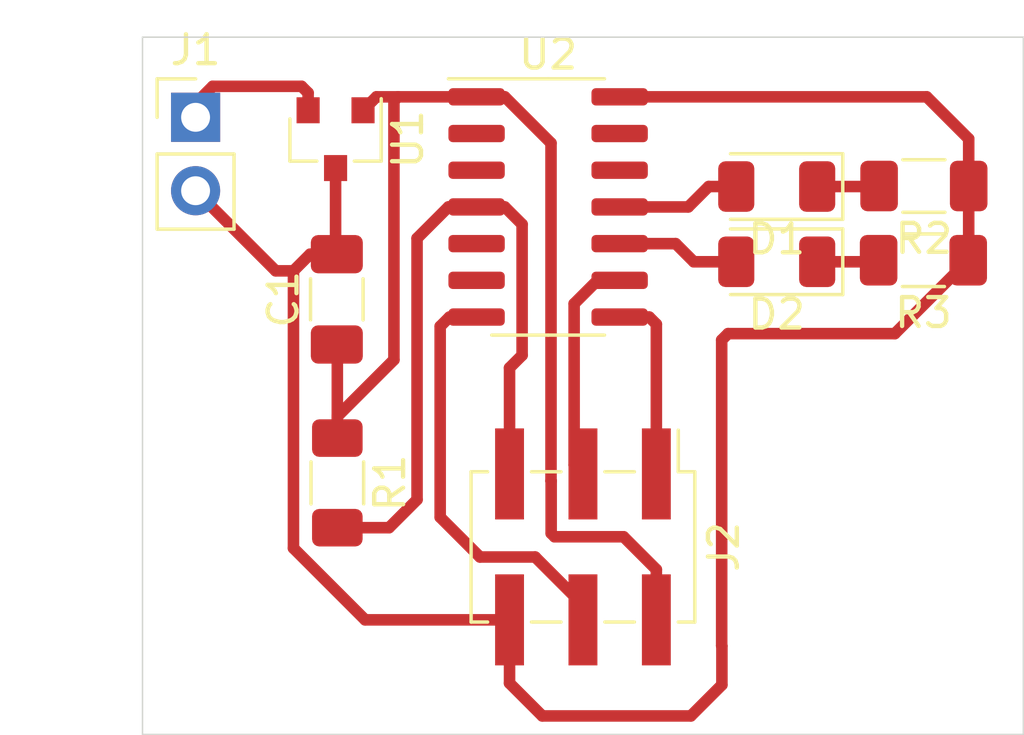
<source format=kicad_pcb>
(kicad_pcb (version 20171130) (host pcbnew 5.0.2-bee76a0~70~ubuntu18.04.1)

  (general
    (thickness 1.6)
    (drawings 4)
    (tracks 82)
    (zones 0)
    (modules 10)
    (nets 18)
  )

  (page A4)
  (layers
    (0 F.Cu signal)
    (31 B.Cu signal)
    (32 B.Adhes user)
    (33 F.Adhes user)
    (34 B.Paste user)
    (35 F.Paste user)
    (36 B.SilkS user)
    (37 F.SilkS user)
    (38 B.Mask user)
    (39 F.Mask user)
    (40 Dwgs.User user)
    (41 Cmts.User user)
    (42 Eco1.User user)
    (43 Eco2.User user)
    (44 Edge.Cuts user)
    (45 Margin user)
    (46 B.CrtYd user)
    (47 F.CrtYd user)
    (48 B.Fab user)
    (49 F.Fab user)
  )

  (setup
    (last_trace_width 0.4)
    (trace_clearance 0.4)
    (zone_clearance 0.508)
    (zone_45_only no)
    (trace_min 0.2)
    (segment_width 0.2)
    (edge_width 0.05)
    (via_size 1.2)
    (via_drill 0.8)
    (via_min_size 0.4)
    (via_min_drill 0.3)
    (uvia_size 0.3)
    (uvia_drill 0.1)
    (uvias_allowed no)
    (uvia_min_size 0.2)
    (uvia_min_drill 0.1)
    (pcb_text_width 0.3)
    (pcb_text_size 1.5 1.5)
    (mod_edge_width 0.12)
    (mod_text_size 1 1)
    (mod_text_width 0.15)
    (pad_size 1.524 1.524)
    (pad_drill 0.762)
    (pad_to_mask_clearance 0)
    (solder_mask_min_width 0.25)
    (aux_axis_origin 0 0)
    (visible_elements 7FFFFFFF)
    (pcbplotparams
      (layerselection 0x01000_7fffffff)
      (usegerberextensions false)
      (usegerberattributes true)
      (usegerberadvancedattributes true)
      (creategerberjobfile true)
      (excludeedgelayer true)
      (linewidth 0.100000)
      (plotframeref false)
      (viasonmask false)
      (mode 1)
      (useauxorigin false)
      (hpglpennumber 1)
      (hpglpenspeed 20)
      (hpglpendiameter 15.000000)
      (psnegative false)
      (psa4output false)
      (plotreference true)
      (plotvalue true)
      (plotinvisibletext false)
      (padsonsilk false)
      (subtractmaskfromsilk false)
      (outputformat 1)
      (mirror false)
      (drillshape 0)
      (scaleselection 1)
      (outputdirectory ""))
  )

  (net 0 "")
  (net 1 GND)
  (net 2 +9V)
  (net 3 /MISO)
  (net 4 VCC)
  (net 5 /SCK)
  (net 6 /MOSI)
  (net 7 /RESET)
  (net 8 "Net-(U2-Pad2)")
  (net 9 "Net-(U2-Pad3)")
  (net 10 "Net-(U2-Pad5)")
  (net 11 "Net-(U2-Pad6)")
  (net 12 "Net-(U2-Pad12)")
  (net 13 "Net-(U2-Pad13)")
  (net 14 "Net-(D1-Pad1)")
  (net 15 "Net-(D1-Pad2)")
  (net 16 "Net-(D2-Pad2)")
  (net 17 "Net-(D2-Pad1)")

  (net_class Default "This is the default net class."
    (clearance 0.4)
    (trace_width 0.4)
    (via_dia 1.2)
    (via_drill 0.8)
    (uvia_dia 0.3)
    (uvia_drill 0.1)
    (add_net +9V)
    (add_net /MISO)
    (add_net /MOSI)
    (add_net /RESET)
    (add_net /SCK)
    (add_net GND)
    (add_net "Net-(D1-Pad1)")
    (add_net "Net-(D1-Pad2)")
    (add_net "Net-(D2-Pad1)")
    (add_net "Net-(D2-Pad2)")
    (add_net "Net-(U2-Pad12)")
    (add_net "Net-(U2-Pad13)")
    (add_net "Net-(U2-Pad2)")
    (add_net "Net-(U2-Pad3)")
    (add_net "Net-(U2-Pad5)")
    (add_net "Net-(U2-Pad6)")
    (add_net VCC)
  )

  (module Package_SO:SOIC-14_3.9x8.7mm_P1.27mm (layer F.Cu) (tedit 5D9F72B1) (tstamp 6180A6F4)
    (at 138.495001 99.855001)
    (descr "SOIC, 14 Pin (JEDEC MS-012AB, https://www.analog.com/media/en/package-pcb-resources/package/pkg_pdf/soic_narrow-r/r_14.pdf), generated with kicad-footprint-generator ipc_gullwing_generator.py")
    (tags "SOIC SO")
    (path /6181189F)
    (attr smd)
    (fp_text reference U2 (at 0 -5.28) (layer F.SilkS)
      (effects (font (size 1 1) (thickness 0.15)))
    )
    (fp_text value ATtiny44A-SSU (at 0 5.28) (layer F.Fab)
      (effects (font (size 1 1) (thickness 0.15)))
    )
    (fp_line (start 0 4.435) (end 1.95 4.435) (layer F.SilkS) (width 0.12))
    (fp_line (start 0 4.435) (end -1.95 4.435) (layer F.SilkS) (width 0.12))
    (fp_line (start 0 -4.435) (end 1.95 -4.435) (layer F.SilkS) (width 0.12))
    (fp_line (start 0 -4.435) (end -3.45 -4.435) (layer F.SilkS) (width 0.12))
    (fp_line (start -0.975 -4.325) (end 1.95 -4.325) (layer F.Fab) (width 0.1))
    (fp_line (start 1.95 -4.325) (end 1.95 4.325) (layer F.Fab) (width 0.1))
    (fp_line (start 1.95 4.325) (end -1.95 4.325) (layer F.Fab) (width 0.1))
    (fp_line (start -1.95 4.325) (end -1.95 -3.35) (layer F.Fab) (width 0.1))
    (fp_line (start -1.95 -3.35) (end -0.975 -4.325) (layer F.Fab) (width 0.1))
    (fp_line (start -3.7 -4.58) (end -3.7 4.58) (layer F.CrtYd) (width 0.05))
    (fp_line (start -3.7 4.58) (end 3.7 4.58) (layer F.CrtYd) (width 0.05))
    (fp_line (start 3.7 4.58) (end 3.7 -4.58) (layer F.CrtYd) (width 0.05))
    (fp_line (start 3.7 -4.58) (end -3.7 -4.58) (layer F.CrtYd) (width 0.05))
    (fp_text user %R (at 0 0) (layer F.Fab)
      (effects (font (size 0.98 0.98) (thickness 0.15)))
    )
    (pad 1 smd roundrect (at -2.475 -3.81) (size 1.95 0.6) (layers F.Cu F.Paste F.Mask) (roundrect_rratio 0.25)
      (net 4 VCC))
    (pad 2 smd roundrect (at -2.475 -2.54) (size 1.95 0.6) (layers F.Cu F.Paste F.Mask) (roundrect_rratio 0.25)
      (net 8 "Net-(U2-Pad2)"))
    (pad 3 smd roundrect (at -2.475 -1.27) (size 1.95 0.6) (layers F.Cu F.Paste F.Mask) (roundrect_rratio 0.25)
      (net 9 "Net-(U2-Pad3)"))
    (pad 4 smd roundrect (at -2.475 0) (size 1.95 0.6) (layers F.Cu F.Paste F.Mask) (roundrect_rratio 0.25)
      (net 7 /RESET))
    (pad 5 smd roundrect (at -2.475 1.27) (size 1.95 0.6) (layers F.Cu F.Paste F.Mask) (roundrect_rratio 0.25)
      (net 10 "Net-(U2-Pad5)"))
    (pad 6 smd roundrect (at -2.475 2.54) (size 1.95 0.6) (layers F.Cu F.Paste F.Mask) (roundrect_rratio 0.25)
      (net 11 "Net-(U2-Pad6)"))
    (pad 7 smd roundrect (at -2.475 3.81) (size 1.95 0.6) (layers F.Cu F.Paste F.Mask) (roundrect_rratio 0.25)
      (net 6 /MOSI))
    (pad 8 smd roundrect (at 2.475 3.81) (size 1.95 0.6) (layers F.Cu F.Paste F.Mask) (roundrect_rratio 0.25)
      (net 3 /MISO))
    (pad 9 smd roundrect (at 2.475 2.54) (size 1.95 0.6) (layers F.Cu F.Paste F.Mask) (roundrect_rratio 0.25)
      (net 5 /SCK))
    (pad 10 smd roundrect (at 2.475 1.27) (size 1.95 0.6) (layers F.Cu F.Paste F.Mask) (roundrect_rratio 0.25)
      (net 16 "Net-(D2-Pad2)"))
    (pad 11 smd roundrect (at 2.475 0) (size 1.95 0.6) (layers F.Cu F.Paste F.Mask) (roundrect_rratio 0.25)
      (net 15 "Net-(D1-Pad2)"))
    (pad 12 smd roundrect (at 2.475 -1.27) (size 1.95 0.6) (layers F.Cu F.Paste F.Mask) (roundrect_rratio 0.25)
      (net 12 "Net-(U2-Pad12)"))
    (pad 13 smd roundrect (at 2.475 -2.54) (size 1.95 0.6) (layers F.Cu F.Paste F.Mask) (roundrect_rratio 0.25)
      (net 13 "Net-(U2-Pad13)"))
    (pad 14 smd roundrect (at 2.475 -3.81) (size 1.95 0.6) (layers F.Cu F.Paste F.Mask) (roundrect_rratio 0.25)
      (net 1 GND))
    (model ${KISYS3DMOD}/Package_SO.3dshapes/SOIC-14_3.9x8.7mm_P1.27mm.wrl
      (at (xyz 0 0 0))
      (scale (xyz 1 1 1))
      (rotate (xyz 0 0 0))
    )
  )

  (module Connector_PinHeader_2.54mm:PinHeader_2x03_P2.54mm_Vertical_SMD (layer F.Cu) (tedit 59FED5CC) (tstamp 6180ACFC)
    (at 139.7 111.618 270)
    (descr "surface-mounted straight pin header, 2x03, 2.54mm pitch, double rows")
    (tags "Surface mounted pin header SMD 2x03 2.54mm double row")
    (path /61812338)
    (attr smd)
    (fp_text reference J2 (at 0 -4.87 90) (layer F.SilkS)
      (effects (font (size 1 1) (thickness 0.15)))
    )
    (fp_text value AVR-ISP-6 (at 0 4.87 90) (layer F.Fab)
      (effects (font (size 1 1) (thickness 0.15)))
    )
    (fp_line (start 2.54 3.81) (end -2.54 3.81) (layer F.Fab) (width 0.1))
    (fp_line (start -1.59 -3.81) (end 2.54 -3.81) (layer F.Fab) (width 0.1))
    (fp_line (start -2.54 3.81) (end -2.54 -2.86) (layer F.Fab) (width 0.1))
    (fp_line (start -2.54 -2.86) (end -1.59 -3.81) (layer F.Fab) (width 0.1))
    (fp_line (start 2.54 -3.81) (end 2.54 3.81) (layer F.Fab) (width 0.1))
    (fp_line (start -2.54 -2.86) (end -3.6 -2.86) (layer F.Fab) (width 0.1))
    (fp_line (start -3.6 -2.86) (end -3.6 -2.22) (layer F.Fab) (width 0.1))
    (fp_line (start -3.6 -2.22) (end -2.54 -2.22) (layer F.Fab) (width 0.1))
    (fp_line (start 2.54 -2.86) (end 3.6 -2.86) (layer F.Fab) (width 0.1))
    (fp_line (start 3.6 -2.86) (end 3.6 -2.22) (layer F.Fab) (width 0.1))
    (fp_line (start 3.6 -2.22) (end 2.54 -2.22) (layer F.Fab) (width 0.1))
    (fp_line (start -2.54 -0.32) (end -3.6 -0.32) (layer F.Fab) (width 0.1))
    (fp_line (start -3.6 -0.32) (end -3.6 0.32) (layer F.Fab) (width 0.1))
    (fp_line (start -3.6 0.32) (end -2.54 0.32) (layer F.Fab) (width 0.1))
    (fp_line (start 2.54 -0.32) (end 3.6 -0.32) (layer F.Fab) (width 0.1))
    (fp_line (start 3.6 -0.32) (end 3.6 0.32) (layer F.Fab) (width 0.1))
    (fp_line (start 3.6 0.32) (end 2.54 0.32) (layer F.Fab) (width 0.1))
    (fp_line (start -2.54 2.22) (end -3.6 2.22) (layer F.Fab) (width 0.1))
    (fp_line (start -3.6 2.22) (end -3.6 2.86) (layer F.Fab) (width 0.1))
    (fp_line (start -3.6 2.86) (end -2.54 2.86) (layer F.Fab) (width 0.1))
    (fp_line (start 2.54 2.22) (end 3.6 2.22) (layer F.Fab) (width 0.1))
    (fp_line (start 3.6 2.22) (end 3.6 2.86) (layer F.Fab) (width 0.1))
    (fp_line (start 3.6 2.86) (end 2.54 2.86) (layer F.Fab) (width 0.1))
    (fp_line (start -2.6 -3.87) (end 2.6 -3.87) (layer F.SilkS) (width 0.12))
    (fp_line (start -2.6 3.87) (end 2.6 3.87) (layer F.SilkS) (width 0.12))
    (fp_line (start -4.04 -3.3) (end -2.6 -3.3) (layer F.SilkS) (width 0.12))
    (fp_line (start -2.6 -3.87) (end -2.6 -3.3) (layer F.SilkS) (width 0.12))
    (fp_line (start 2.6 -3.87) (end 2.6 -3.3) (layer F.SilkS) (width 0.12))
    (fp_line (start -2.6 3.3) (end -2.6 3.87) (layer F.SilkS) (width 0.12))
    (fp_line (start 2.6 3.3) (end 2.6 3.87) (layer F.SilkS) (width 0.12))
    (fp_line (start -2.6 -1.78) (end -2.6 -0.76) (layer F.SilkS) (width 0.12))
    (fp_line (start 2.6 -1.78) (end 2.6 -0.76) (layer F.SilkS) (width 0.12))
    (fp_line (start -2.6 0.76) (end -2.6 1.78) (layer F.SilkS) (width 0.12))
    (fp_line (start 2.6 0.76) (end 2.6 1.78) (layer F.SilkS) (width 0.12))
    (fp_line (start -5.9 -4.35) (end -5.9 4.35) (layer F.CrtYd) (width 0.05))
    (fp_line (start -5.9 4.35) (end 5.9 4.35) (layer F.CrtYd) (width 0.05))
    (fp_line (start 5.9 4.35) (end 5.9 -4.35) (layer F.CrtYd) (width 0.05))
    (fp_line (start 5.9 -4.35) (end -5.9 -4.35) (layer F.CrtYd) (width 0.05))
    (fp_text user %R (at 0 0) (layer F.Fab)
      (effects (font (size 1 1) (thickness 0.15)))
    )
    (pad 1 smd rect (at -2.525 -2.54 270) (size 3.15 1) (layers F.Cu F.Paste F.Mask)
      (net 3 /MISO))
    (pad 2 smd rect (at 2.525 -2.54 270) (size 3.15 1) (layers F.Cu F.Paste F.Mask)
      (net 4 VCC))
    (pad 3 smd rect (at -2.525 0 270) (size 3.15 1) (layers F.Cu F.Paste F.Mask)
      (net 5 /SCK))
    (pad 4 smd rect (at 2.525 0 270) (size 3.15 1) (layers F.Cu F.Paste F.Mask)
      (net 6 /MOSI))
    (pad 5 smd rect (at -2.525 2.54 270) (size 3.15 1) (layers F.Cu F.Paste F.Mask)
      (net 7 /RESET))
    (pad 6 smd rect (at 2.525 2.54 270) (size 3.15 1) (layers F.Cu F.Paste F.Mask)
      (net 1 GND))
    (model ${KISYS3DMOD}/Connector_PinHeader_2.54mm.3dshapes/PinHeader_2x03_P2.54mm_Vertical_SMD.wrl
      (at (xyz 0 0 0))
      (scale (xyz 1 1 1))
      (rotate (xyz 0 0 0))
    )
  )

  (module Capacitor_SMD:C_1206_3216Metric_Pad1.33x1.80mm_HandSolder (layer F.Cu) (tedit 5F68FEEF) (tstamp 6180A667)
    (at 131.18338 103.05248 90)
    (descr "Capacitor SMD 1206 (3216 Metric), square (rectangular) end terminal, IPC_7351 nominal with elongated pad for handsoldering. (Body size source: IPC-SM-782 page 76, https://www.pcb-3d.com/wordpress/wp-content/uploads/ipc-sm-782a_amendment_1_and_2.pdf), generated with kicad-footprint-generator")
    (tags "capacitor handsolder")
    (path /61815811)
    (attr smd)
    (fp_text reference C1 (at 0 -1.85 90) (layer F.SilkS)
      (effects (font (size 1 1) (thickness 0.15)))
    )
    (fp_text value 1uF (at 0 1.85 90) (layer F.Fab)
      (effects (font (size 1 1) (thickness 0.15)))
    )
    (fp_line (start -1.6 0.8) (end -1.6 -0.8) (layer F.Fab) (width 0.1))
    (fp_line (start -1.6 -0.8) (end 1.6 -0.8) (layer F.Fab) (width 0.1))
    (fp_line (start 1.6 -0.8) (end 1.6 0.8) (layer F.Fab) (width 0.1))
    (fp_line (start 1.6 0.8) (end -1.6 0.8) (layer F.Fab) (width 0.1))
    (fp_line (start -0.711252 -0.91) (end 0.711252 -0.91) (layer F.SilkS) (width 0.12))
    (fp_line (start -0.711252 0.91) (end 0.711252 0.91) (layer F.SilkS) (width 0.12))
    (fp_line (start -2.48 1.15) (end -2.48 -1.15) (layer F.CrtYd) (width 0.05))
    (fp_line (start -2.48 -1.15) (end 2.48 -1.15) (layer F.CrtYd) (width 0.05))
    (fp_line (start 2.48 -1.15) (end 2.48 1.15) (layer F.CrtYd) (width 0.05))
    (fp_line (start 2.48 1.15) (end -2.48 1.15) (layer F.CrtYd) (width 0.05))
    (fp_text user %R (at 0 0 90) (layer F.Fab)
      (effects (font (size 0.8 0.8) (thickness 0.12)))
    )
    (pad 1 smd roundrect (at -1.5625 0 90) (size 1.325 1.8) (layers F.Cu F.Paste F.Mask) (roundrect_rratio 0.1886784905660377)
      (net 4 VCC))
    (pad 2 smd roundrect (at 1.5625 0 90) (size 1.325 1.8) (layers F.Cu F.Paste F.Mask) (roundrect_rratio 0.1886784905660377)
      (net 1 GND))
    (model ${KISYS3DMOD}/Capacitor_SMD.3dshapes/C_1206_3216Metric.wrl
      (at (xyz 0 0 0))
      (scale (xyz 1 1 1))
      (rotate (xyz 0 0 0))
    )
  )

  (module Connector_PinHeader_2.54mm:PinHeader_1x02_P2.54mm_Vertical (layer F.Cu) (tedit 59FED5CC) (tstamp 61816745)
    (at 126.29642 96.75368)
    (descr "Through hole straight pin header, 1x02, 2.54mm pitch, single row")
    (tags "Through hole pin header THT 1x02 2.54mm single row")
    (path /61824F8C)
    (fp_text reference J1 (at 0 -2.33) (layer F.SilkS)
      (effects (font (size 1 1) (thickness 0.15)))
    )
    (fp_text value Conn_01x02_Male (at 0 4.87) (layer F.Fab)
      (effects (font (size 1 1) (thickness 0.15)))
    )
    (fp_line (start -0.635 -1.27) (end 1.27 -1.27) (layer F.Fab) (width 0.1))
    (fp_line (start 1.27 -1.27) (end 1.27 3.81) (layer F.Fab) (width 0.1))
    (fp_line (start 1.27 3.81) (end -1.27 3.81) (layer F.Fab) (width 0.1))
    (fp_line (start -1.27 3.81) (end -1.27 -0.635) (layer F.Fab) (width 0.1))
    (fp_line (start -1.27 -0.635) (end -0.635 -1.27) (layer F.Fab) (width 0.1))
    (fp_line (start -1.33 3.87) (end 1.33 3.87) (layer F.SilkS) (width 0.12))
    (fp_line (start -1.33 1.27) (end -1.33 3.87) (layer F.SilkS) (width 0.12))
    (fp_line (start 1.33 1.27) (end 1.33 3.87) (layer F.SilkS) (width 0.12))
    (fp_line (start -1.33 1.27) (end 1.33 1.27) (layer F.SilkS) (width 0.12))
    (fp_line (start -1.33 0) (end -1.33 -1.33) (layer F.SilkS) (width 0.12))
    (fp_line (start -1.33 -1.33) (end 0 -1.33) (layer F.SilkS) (width 0.12))
    (fp_line (start -1.8 -1.8) (end -1.8 4.35) (layer F.CrtYd) (width 0.05))
    (fp_line (start -1.8 4.35) (end 1.8 4.35) (layer F.CrtYd) (width 0.05))
    (fp_line (start 1.8 4.35) (end 1.8 -1.8) (layer F.CrtYd) (width 0.05))
    (fp_line (start 1.8 -1.8) (end -1.8 -1.8) (layer F.CrtYd) (width 0.05))
    (fp_text user %R (at 0 1.27 90) (layer F.Fab)
      (effects (font (size 1 1) (thickness 0.15)))
    )
    (pad 1 thru_hole rect (at 0 0) (size 1.7 1.7) (drill 1) (layers *.Cu *.Mask)
      (net 2 +9V))
    (pad 2 thru_hole oval (at 0 2.54) (size 1.7 1.7) (drill 1) (layers *.Cu *.Mask)
      (net 1 GND))
    (model ${KISYS3DMOD}/Connector_PinHeader_2.54mm.3dshapes/PinHeader_1x02_P2.54mm_Vertical.wrl
      (at (xyz 0 0 0))
      (scale (xyz 1 1 1))
      (rotate (xyz 0 0 0))
    )
  )

  (module Resistor_SMD:R_1206_3216Metric_Pad1.30x1.75mm_HandSolder (layer F.Cu) (tedit 5F68FEEE) (tstamp 6180AE66)
    (at 131.20116 109.40348 270)
    (descr "Resistor SMD 1206 (3216 Metric), square (rectangular) end terminal, IPC_7351 nominal with elongated pad for handsoldering. (Body size source: IPC-SM-782 page 72, https://www.pcb-3d.com/wordpress/wp-content/uploads/ipc-sm-782a_amendment_1_and_2.pdf), generated with kicad-footprint-generator")
    (tags "resistor handsolder")
    (path /61814E9E)
    (attr smd)
    (fp_text reference R1 (at 0 -1.82 90) (layer F.SilkS)
      (effects (font (size 1 1) (thickness 0.15)))
    )
    (fp_text value 10k (at 0 1.82 90) (layer F.Fab)
      (effects (font (size 1 1) (thickness 0.15)))
    )
    (fp_line (start -1.6 0.8) (end -1.6 -0.8) (layer F.Fab) (width 0.1))
    (fp_line (start -1.6 -0.8) (end 1.6 -0.8) (layer F.Fab) (width 0.1))
    (fp_line (start 1.6 -0.8) (end 1.6 0.8) (layer F.Fab) (width 0.1))
    (fp_line (start 1.6 0.8) (end -1.6 0.8) (layer F.Fab) (width 0.1))
    (fp_line (start -0.727064 -0.91) (end 0.727064 -0.91) (layer F.SilkS) (width 0.12))
    (fp_line (start -0.727064 0.91) (end 0.727064 0.91) (layer F.SilkS) (width 0.12))
    (fp_line (start -2.45 1.12) (end -2.45 -1.12) (layer F.CrtYd) (width 0.05))
    (fp_line (start -2.45 -1.12) (end 2.45 -1.12) (layer F.CrtYd) (width 0.05))
    (fp_line (start 2.45 -1.12) (end 2.45 1.12) (layer F.CrtYd) (width 0.05))
    (fp_line (start 2.45 1.12) (end -2.45 1.12) (layer F.CrtYd) (width 0.05))
    (fp_text user %R (at 0 0 90) (layer F.Fab)
      (effects (font (size 0.8 0.8) (thickness 0.12)))
    )
    (pad 1 smd roundrect (at -1.55 0 270) (size 1.3 1.75) (layers F.Cu F.Paste F.Mask) (roundrect_rratio 0.1923076923076923)
      (net 4 VCC))
    (pad 2 smd roundrect (at 1.55 0 270) (size 1.3 1.75) (layers F.Cu F.Paste F.Mask) (roundrect_rratio 0.1923076923076923)
      (net 7 /RESET))
    (model ${KISYS3DMOD}/Resistor_SMD.3dshapes/R_1206_3216Metric.wrl
      (at (xyz 0 0 0))
      (scale (xyz 1 1 1))
      (rotate (xyz 0 0 0))
    )
  )

  (module Package_TO_SOT_SMD:SOT-23 (layer F.Cu) (tedit 5A02FF57) (tstamp 6180A6D4)
    (at 131.14024 97.50984 270)
    (descr "SOT-23, Standard")
    (tags SOT-23)
    (path /618137DB)
    (attr smd)
    (fp_text reference U1 (at 0 -2.5 90) (layer F.SilkS)
      (effects (font (size 1 1) (thickness 0.15)))
    )
    (fp_text value LM3480-5.0 (at 0 2.5 90) (layer F.Fab)
      (effects (font (size 1 1) (thickness 0.15)))
    )
    (fp_line (start -0.7 -0.95) (end -0.7 1.5) (layer F.Fab) (width 0.1))
    (fp_line (start -0.15 -1.52) (end 0.7 -1.52) (layer F.Fab) (width 0.1))
    (fp_line (start -0.7 -0.95) (end -0.15 -1.52) (layer F.Fab) (width 0.1))
    (fp_line (start 0.7 -1.52) (end 0.7 1.52) (layer F.Fab) (width 0.1))
    (fp_line (start -0.7 1.52) (end 0.7 1.52) (layer F.Fab) (width 0.1))
    (fp_line (start 0.76 1.58) (end 0.76 0.65) (layer F.SilkS) (width 0.12))
    (fp_line (start 0.76 -1.58) (end 0.76 -0.65) (layer F.SilkS) (width 0.12))
    (fp_line (start -1.7 -1.75) (end 1.7 -1.75) (layer F.CrtYd) (width 0.05))
    (fp_line (start 1.7 -1.75) (end 1.7 1.75) (layer F.CrtYd) (width 0.05))
    (fp_line (start 1.7 1.75) (end -1.7 1.75) (layer F.CrtYd) (width 0.05))
    (fp_line (start -1.7 1.75) (end -1.7 -1.75) (layer F.CrtYd) (width 0.05))
    (fp_line (start 0.76 -1.58) (end -1.4 -1.58) (layer F.SilkS) (width 0.12))
    (fp_line (start 0.76 1.58) (end -0.7 1.58) (layer F.SilkS) (width 0.12))
    (fp_text user %R (at 0 0) (layer F.Fab)
      (effects (font (size 0.5 0.5) (thickness 0.075)))
    )
    (pad 1 smd rect (at -1 -0.95 270) (size 0.9 0.8) (layers F.Cu F.Paste F.Mask)
      (net 4 VCC))
    (pad 2 smd rect (at -1 0.95 270) (size 0.9 0.8) (layers F.Cu F.Paste F.Mask)
      (net 2 +9V))
    (pad 3 smd rect (at 1 0 270) (size 0.9 0.8) (layers F.Cu F.Paste F.Mask)
      (net 1 GND))
    (model ${KISYS3DMOD}/Package_TO_SOT_SMD.3dshapes/SOT-23.wrl
      (at (xyz 0 0 0))
      (scale (xyz 1 1 1))
      (rotate (xyz 0 0 0))
    )
  )

  (module LED_SMD:LED_1206_3216Metric (layer F.Cu) (tedit 5F68FEF1) (tstamp 618162F4)
    (at 146.40514 99.1489 180)
    (descr "LED SMD 1206 (3216 Metric), square (rectangular) end terminal, IPC_7351 nominal, (Body size source: http://www.tortai-tech.com/upload/download/2011102023233369053.pdf), generated with kicad-footprint-generator")
    (tags LED)
    (path /61816D9D)
    (attr smd)
    (fp_text reference D1 (at 0 -1.82) (layer F.SilkS)
      (effects (font (size 1 1) (thickness 0.15)))
    )
    (fp_text value LED (at 0 1.82) (layer F.Fab)
      (effects (font (size 1 1) (thickness 0.15)))
    )
    (fp_line (start 2.28 1.12) (end -2.28 1.12) (layer F.CrtYd) (width 0.05))
    (fp_line (start 2.28 -1.12) (end 2.28 1.12) (layer F.CrtYd) (width 0.05))
    (fp_line (start -2.28 -1.12) (end 2.28 -1.12) (layer F.CrtYd) (width 0.05))
    (fp_line (start -2.28 1.12) (end -2.28 -1.12) (layer F.CrtYd) (width 0.05))
    (fp_line (start -2.285 1.135) (end 1.6 1.135) (layer F.SilkS) (width 0.12))
    (fp_line (start -2.285 -1.135) (end -2.285 1.135) (layer F.SilkS) (width 0.12))
    (fp_line (start 1.6 -1.135) (end -2.285 -1.135) (layer F.SilkS) (width 0.12))
    (fp_line (start 1.6 0.8) (end 1.6 -0.8) (layer F.Fab) (width 0.1))
    (fp_line (start -1.6 0.8) (end 1.6 0.8) (layer F.Fab) (width 0.1))
    (fp_line (start -1.6 -0.4) (end -1.6 0.8) (layer F.Fab) (width 0.1))
    (fp_line (start -1.2 -0.8) (end -1.6 -0.4) (layer F.Fab) (width 0.1))
    (fp_line (start 1.6 -0.8) (end -1.2 -0.8) (layer F.Fab) (width 0.1))
    (fp_text user %R (at 0 0) (layer F.Fab)
      (effects (font (size 0.8 0.8) (thickness 0.12)))
    )
    (pad 1 smd roundrect (at -1.4 0 180) (size 1.25 1.75) (layers F.Cu F.Paste F.Mask) (roundrect_rratio 0.2)
      (net 14 "Net-(D1-Pad1)"))
    (pad 2 smd roundrect (at 1.4 0 180) (size 1.25 1.75) (layers F.Cu F.Paste F.Mask) (roundrect_rratio 0.2)
      (net 15 "Net-(D1-Pad2)"))
    (model ${KISYS3DMOD}/LED_SMD.3dshapes/LED_1206_3216Metric.wrl
      (at (xyz 0 0 0))
      (scale (xyz 1 1 1))
      (rotate (xyz 0 0 0))
    )
  )

  (module LED_SMD:LED_1206_3216Metric (layer F.Cu) (tedit 5F68FEF1) (tstamp 61816307)
    (at 146.40514 101.7524 180)
    (descr "LED SMD 1206 (3216 Metric), square (rectangular) end terminal, IPC_7351 nominal, (Body size source: http://www.tortai-tech.com/upload/download/2011102023233369053.pdf), generated with kicad-footprint-generator")
    (tags LED)
    (path /6182024E)
    (attr smd)
    (fp_text reference D2 (at 0 -1.82) (layer F.SilkS)
      (effects (font (size 1 1) (thickness 0.15)))
    )
    (fp_text value LED (at 0 1.82) (layer F.Fab)
      (effects (font (size 1 1) (thickness 0.15)))
    )
    (fp_text user %R (at 0 0) (layer F.Fab)
      (effects (font (size 0.8 0.8) (thickness 0.12)))
    )
    (fp_line (start 1.6 -0.8) (end -1.2 -0.8) (layer F.Fab) (width 0.1))
    (fp_line (start -1.2 -0.8) (end -1.6 -0.4) (layer F.Fab) (width 0.1))
    (fp_line (start -1.6 -0.4) (end -1.6 0.8) (layer F.Fab) (width 0.1))
    (fp_line (start -1.6 0.8) (end 1.6 0.8) (layer F.Fab) (width 0.1))
    (fp_line (start 1.6 0.8) (end 1.6 -0.8) (layer F.Fab) (width 0.1))
    (fp_line (start 1.6 -1.135) (end -2.285 -1.135) (layer F.SilkS) (width 0.12))
    (fp_line (start -2.285 -1.135) (end -2.285 1.135) (layer F.SilkS) (width 0.12))
    (fp_line (start -2.285 1.135) (end 1.6 1.135) (layer F.SilkS) (width 0.12))
    (fp_line (start -2.28 1.12) (end -2.28 -1.12) (layer F.CrtYd) (width 0.05))
    (fp_line (start -2.28 -1.12) (end 2.28 -1.12) (layer F.CrtYd) (width 0.05))
    (fp_line (start 2.28 -1.12) (end 2.28 1.12) (layer F.CrtYd) (width 0.05))
    (fp_line (start 2.28 1.12) (end -2.28 1.12) (layer F.CrtYd) (width 0.05))
    (pad 2 smd roundrect (at 1.4 0 180) (size 1.25 1.75) (layers F.Cu F.Paste F.Mask) (roundrect_rratio 0.2)
      (net 16 "Net-(D2-Pad2)"))
    (pad 1 smd roundrect (at -1.4 0 180) (size 1.25 1.75) (layers F.Cu F.Paste F.Mask) (roundrect_rratio 0.2)
      (net 17 "Net-(D2-Pad1)"))
    (model ${KISYS3DMOD}/LED_SMD.3dshapes/LED_1206_3216Metric.wrl
      (at (xyz 0 0 0))
      (scale (xyz 1 1 1))
      (rotate (xyz 0 0 0))
    )
  )

  (module Resistor_SMD:R_1206_3216Metric_Pad1.30x1.75mm_HandSolder (layer F.Cu) (tedit 5F68FEEE) (tstamp 61816318)
    (at 151.4977 99.13112 180)
    (descr "Resistor SMD 1206 (3216 Metric), square (rectangular) end terminal, IPC_7351 nominal with elongated pad for handsoldering. (Body size source: IPC-SM-782 page 72, https://www.pcb-3d.com/wordpress/wp-content/uploads/ipc-sm-782a_amendment_1_and_2.pdf), generated with kicad-footprint-generator")
    (tags "resistor handsolder")
    (path /6181FB39)
    (attr smd)
    (fp_text reference R2 (at 0 -1.82) (layer F.SilkS)
      (effects (font (size 1 1) (thickness 0.15)))
    )
    (fp_text value 1k (at 0 1.82) (layer F.Fab)
      (effects (font (size 1 1) (thickness 0.15)))
    )
    (fp_line (start 2.45 1.12) (end -2.45 1.12) (layer F.CrtYd) (width 0.05))
    (fp_line (start 2.45 -1.12) (end 2.45 1.12) (layer F.CrtYd) (width 0.05))
    (fp_line (start -2.45 -1.12) (end 2.45 -1.12) (layer F.CrtYd) (width 0.05))
    (fp_line (start -2.45 1.12) (end -2.45 -1.12) (layer F.CrtYd) (width 0.05))
    (fp_line (start -0.727064 0.91) (end 0.727064 0.91) (layer F.SilkS) (width 0.12))
    (fp_line (start -0.727064 -0.91) (end 0.727064 -0.91) (layer F.SilkS) (width 0.12))
    (fp_line (start 1.6 0.8) (end -1.6 0.8) (layer F.Fab) (width 0.1))
    (fp_line (start 1.6 -0.8) (end 1.6 0.8) (layer F.Fab) (width 0.1))
    (fp_line (start -1.6 -0.8) (end 1.6 -0.8) (layer F.Fab) (width 0.1))
    (fp_line (start -1.6 0.8) (end -1.6 -0.8) (layer F.Fab) (width 0.1))
    (fp_text user %R (at 0 0) (layer F.Fab)
      (effects (font (size 0.8 0.8) (thickness 0.12)))
    )
    (pad 1 smd roundrect (at -1.55 0 180) (size 1.3 1.75) (layers F.Cu F.Paste F.Mask) (roundrect_rratio 0.1923076923076923)
      (net 1 GND))
    (pad 2 smd roundrect (at 1.55 0 180) (size 1.3 1.75) (layers F.Cu F.Paste F.Mask) (roundrect_rratio 0.1923076923076923)
      (net 14 "Net-(D1-Pad1)"))
    (model ${KISYS3DMOD}/Resistor_SMD.3dshapes/R_1206_3216Metric.wrl
      (at (xyz 0 0 0))
      (scale (xyz 1 1 1))
      (rotate (xyz 0 0 0))
    )
  )

  (module Resistor_SMD:R_1206_3216Metric_Pad1.30x1.75mm_HandSolder (layer F.Cu) (tedit 5F68FEEE) (tstamp 61816477)
    (at 151.48112 101.69906 180)
    (descr "Resistor SMD 1206 (3216 Metric), square (rectangular) end terminal, IPC_7351 nominal with elongated pad for handsoldering. (Body size source: IPC-SM-782 page 72, https://www.pcb-3d.com/wordpress/wp-content/uploads/ipc-sm-782a_amendment_1_and_2.pdf), generated with kicad-footprint-generator")
    (tags "resistor handsolder")
    (path /61820823)
    (attr smd)
    (fp_text reference R3 (at 0 -1.82) (layer F.SilkS)
      (effects (font (size 1 1) (thickness 0.15)))
    )
    (fp_text value 1k (at 0 1.82) (layer F.Fab)
      (effects (font (size 1 1) (thickness 0.15)))
    )
    (fp_text user %R (at 0 0) (layer F.Fab)
      (effects (font (size 0.8 0.8) (thickness 0.12)))
    )
    (fp_line (start -1.6 0.8) (end -1.6 -0.8) (layer F.Fab) (width 0.1))
    (fp_line (start -1.6 -0.8) (end 1.6 -0.8) (layer F.Fab) (width 0.1))
    (fp_line (start 1.6 -0.8) (end 1.6 0.8) (layer F.Fab) (width 0.1))
    (fp_line (start 1.6 0.8) (end -1.6 0.8) (layer F.Fab) (width 0.1))
    (fp_line (start -0.727064 -0.91) (end 0.727064 -0.91) (layer F.SilkS) (width 0.12))
    (fp_line (start -0.727064 0.91) (end 0.727064 0.91) (layer F.SilkS) (width 0.12))
    (fp_line (start -2.45 1.12) (end -2.45 -1.12) (layer F.CrtYd) (width 0.05))
    (fp_line (start -2.45 -1.12) (end 2.45 -1.12) (layer F.CrtYd) (width 0.05))
    (fp_line (start 2.45 -1.12) (end 2.45 1.12) (layer F.CrtYd) (width 0.05))
    (fp_line (start 2.45 1.12) (end -2.45 1.12) (layer F.CrtYd) (width 0.05))
    (pad 2 smd roundrect (at 1.55 0 180) (size 1.3 1.75) (layers F.Cu F.Paste F.Mask) (roundrect_rratio 0.1923076923076923)
      (net 17 "Net-(D2-Pad1)"))
    (pad 1 smd roundrect (at -1.55 0 180) (size 1.3 1.75) (layers F.Cu F.Paste F.Mask) (roundrect_rratio 0.1923076923076923)
      (net 1 GND))
    (model ${KISYS3DMOD}/Resistor_SMD.3dshapes/R_1206_3216Metric.wrl
      (at (xyz 0 0 0))
      (scale (xyz 1 1 1))
      (rotate (xyz 0 0 0))
    )
  )

  (gr_line (start 124.46 118.11) (end 124.46 93.98) (layer Edge.Cuts) (width 0.05) (tstamp 61816862))
  (gr_line (start 154.94 118.11) (end 124.46 118.11) (layer Edge.Cuts) (width 0.05))
  (gr_line (start 154.94 93.98) (end 154.94 118.11) (layer Edge.Cuts) (width 0.05))
  (gr_line (start 124.46 93.98) (end 154.94 93.98) (layer Edge.Cuts) (width 0.05))

  (segment (start 131.20116 104.63276) (end 131.18338 104.61498) (width 0.4) (layer F.Cu) (net 4))
  (segment (start 131.20116 107.85348) (end 131.20116 104.63276) (width 0.4) (layer F.Cu) (net 4))
  (segment (start 131.18338 101.48998) (end 130.25962 101.48998) (width 0.4) (layer F.Cu) (net 1))
  (segment (start 132.163582 114.143) (end 137.16 114.143) (width 0.4) (layer F.Cu) (net 1))
  (segment (start 129.68337 111.662788) (end 132.163582 114.143) (width 0.4) (layer F.Cu) (net 1))
  (segment (start 129.68337 102.06623) (end 129.68337 111.662788) (width 0.4) (layer F.Cu) (net 1))
  (segment (start 130.25962 101.48998) (end 129.68337 102.06623) (width 0.4) (layer F.Cu) (net 1))
  (segment (start 131.14024 101.44684) (end 131.18338 101.48998) (width 0.4) (layer F.Cu) (net 1))
  (segment (start 131.14024 98.50984) (end 131.14024 101.44684) (width 0.4) (layer F.Cu) (net 1))
  (segment (start 140.970001 96.045001) (end 151.594801 96.045001) (width 0.4) (layer F.Cu) (net 1))
  (segment (start 153.0477 97.4979) (end 153.0477 99.13112) (width 0.4) (layer F.Cu) (net 1))
  (segment (start 151.594801 96.045001) (end 153.0477 97.4979) (width 0.4) (layer F.Cu) (net 1))
  (segment (start 153.0477 101.68248) (end 153.03112 101.69906) (width 0.4) (layer F.Cu) (net 1))
  (segment (start 153.0477 99.13112) (end 153.0477 101.68248) (width 0.4) (layer F.Cu) (net 1))
  (segment (start 153.03112 101.69906) (end 150.49112 104.23906) (width 0.4) (layer F.Cu) (net 1))
  (segment (start 150.49112 104.23906) (end 144.72158 104.23906) (width 0.4) (layer F.Cu) (net 1))
  (segment (start 144.72158 104.23906) (end 144.5006 104.46004) (width 0.4) (layer F.Cu) (net 1))
  (segment (start 144.5006 115.037402) (end 144.50822 115.045022) (width 0.4) (layer F.Cu) (net 1))
  (segment (start 144.5006 104.46004) (end 144.5006 115.037402) (width 0.4) (layer F.Cu) (net 1))
  (segment (start 144.50822 115.045022) (end 144.50822 116.39296) (width 0.4) (layer F.Cu) (net 1))
  (segment (start 144.50822 116.39296) (end 143.4338 117.46738) (width 0.4) (layer F.Cu) (net 1))
  (segment (start 143.4338 117.46738) (end 138.29284 117.46738) (width 0.4) (layer F.Cu) (net 1))
  (segment (start 137.16 116.33454) (end 137.16 114.143) (width 0.4) (layer F.Cu) (net 1))
  (segment (start 138.29284 117.46738) (end 137.16 116.33454) (width 0.4) (layer F.Cu) (net 1))
  (segment (start 129.06897 102.06623) (end 129.68337 102.06623) (width 0.4) (layer F.Cu) (net 1))
  (segment (start 126.29642 99.29368) (end 129.06897 102.06623) (width 0.4) (layer F.Cu) (net 1))
  (segment (start 126.29642 96.75368) (end 126.29642 96.27362) (width 0.4) (layer F.Cu) (net 2))
  (segment (start 126.29642 96.27362) (end 126.88824 95.6818) (width 0.4) (layer F.Cu) (net 2))
  (segment (start 126.88824 95.6818) (end 129.96418 95.6818) (width 0.4) (layer F.Cu) (net 2))
  (segment (start 130.19024 95.90786) (end 130.19024 96.50984) (width 0.4) (layer F.Cu) (net 2))
  (segment (start 129.96418 95.6818) (end 130.19024 95.90786) (width 0.4) (layer F.Cu) (net 2))
  (segment (start 140.970001 103.665001) (end 141.993601 103.665001) (width 0.4) (layer F.Cu) (net 3))
  (segment (start 142.24 103.9114) (end 142.24 109.093) (width 0.4) (layer F.Cu) (net 3))
  (segment (start 141.993601 103.665001) (end 142.24 103.9114) (width 0.4) (layer F.Cu) (net 3))
  (segment (start 136.995001 96.045001) (end 138.594981 97.644981) (width 0.4) (layer F.Cu) (net 4))
  (segment (start 136.020001 96.045001) (end 136.995001 96.045001) (width 0.4) (layer F.Cu) (net 4))
  (segment (start 142.24 112.401602) (end 142.24 114.143) (width 0.4) (layer F.Cu) (net 4))
  (segment (start 141.106399 111.268001) (end 142.24 112.401602) (width 0.4) (layer F.Cu) (net 4))
  (segment (start 138.594981 109.334181) (end 138.599999 109.339199) (width 0.4) (layer F.Cu) (net 4))
  (segment (start 138.594981 97.644981) (end 138.594981 109.334181) (width 0.4) (layer F.Cu) (net 4))
  (segment (start 138.719999 111.268001) (end 141.106399 111.268001) (width 0.4) (layer F.Cu) (net 4))
  (segment (start 138.599999 111.148001) (end 138.719999 111.268001) (width 0.4) (layer F.Cu) (net 4))
  (segment (start 138.599999 109.339199) (end 138.599999 111.148001) (width 0.4) (layer F.Cu) (net 4))
  (segment (start 132.555079 96.045001) (end 132.09024 96.50984) (width 0.4) (layer F.Cu) (net 4))
  (segment (start 131.20116 107.10348) (end 133.15968 105.14496) (width 0.4) (layer F.Cu) (net 4))
  (segment (start 133.15968 96.184521) (end 133.2992 96.045001) (width 0.4) (layer F.Cu) (net 4))
  (segment (start 133.15968 105.14496) (end 133.15968 96.184521) (width 0.4) (layer F.Cu) (net 4))
  (segment (start 131.20116 107.85348) (end 131.20116 107.10348) (width 0.4) (layer F.Cu) (net 4))
  (segment (start 136.020001 96.045001) (end 133.2992 96.045001) (width 0.4) (layer F.Cu) (net 4))
  (segment (start 133.2992 96.045001) (end 132.555079 96.045001) (width 0.4) (layer F.Cu) (net 4))
  (segment (start 140.970001 102.395001) (end 140.204325 102.395001) (width 0.4) (layer F.Cu) (net 5))
  (segment (start 139.394991 108.787991) (end 139.7 109.093) (width 0.4) (layer F.Cu) (net 5))
  (segment (start 139.394991 103.204335) (end 139.394991 108.787991) (width 0.4) (layer F.Cu) (net 5))
  (segment (start 140.204325 102.395001) (end 139.394991 103.204335) (width 0.4) (layer F.Cu) (net 5))
  (segment (start 139.475627 113.397447) (end 138.06424 111.98606) (width 0.4) (layer F.Cu) (net 6))
  (segment (start 139.7 114.143) (end 139.7 113.379386) (width 0.4) (layer F.Cu) (net 6))
  (segment (start 136.136099 111.967999) (end 134.7597 110.5916) (width 0.4) (layer F.Cu) (net 6))
  (segment (start 134.7597 110.5916) (end 134.7597 103.9876) (width 0.4) (layer F.Cu) (net 6))
  (segment (start 135.082299 103.665001) (end 136.020001 103.665001) (width 0.4) (layer F.Cu) (net 6))
  (segment (start 134.7597 103.9876) (end 135.082299 103.665001) (width 0.4) (layer F.Cu) (net 6))
  (segment (start 138.046179 111.967999) (end 138.06424 111.98606) (width 0.4) (layer F.Cu) (net 6))
  (segment (start 136.136099 111.967999) (end 138.046179 111.967999) (width 0.4) (layer F.Cu) (net 6))
  (segment (start 136.995001 99.855001) (end 137.595011 100.455011) (width 0.4) (layer F.Cu) (net 7))
  (segment (start 137.595011 100.455011) (end 137.595011 104.987689) (width 0.4) (layer F.Cu) (net 7))
  (segment (start 136.020001 99.855001) (end 136.995001 99.855001) (width 0.4) (layer F.Cu) (net 7))
  (segment (start 137.16 105.4227) (end 137.16 109.093) (width 0.4) (layer F.Cu) (net 7))
  (segment (start 137.595011 104.987689) (end 137.16 105.4227) (width 0.4) (layer F.Cu) (net 7))
  (segment (start 135.045001 99.855001) (end 133.95969 100.940312) (width 0.4) (layer F.Cu) (net 7))
  (segment (start 136.020001 99.855001) (end 135.045001 99.855001) (width 0.4) (layer F.Cu) (net 7))
  (segment (start 133.95969 100.940312) (end 133.95969 109.98445) (width 0.4) (layer F.Cu) (net 7))
  (segment (start 132.99066 110.95348) (end 131.20116 110.95348) (width 0.4) (layer F.Cu) (net 7))
  (segment (start 133.95969 109.98445) (end 132.99066 110.95348) (width 0.4) (layer F.Cu) (net 7))
  (segment (start 149.92992 99.1489) (end 149.9477 99.13112) (width 0.4) (layer F.Cu) (net 14))
  (segment (start 147.80514 99.1489) (end 149.92992 99.1489) (width 0.4) (layer F.Cu) (net 14))
  (segment (start 140.970001 99.855001) (end 143.344919 99.855001) (width 0.4) (layer F.Cu) (net 15))
  (segment (start 144.05102 99.1489) (end 145.00514 99.1489) (width 0.4) (layer F.Cu) (net 15))
  (segment (start 143.344919 99.855001) (end 144.05102 99.1489) (width 0.4) (layer F.Cu) (net 15))
  (segment (start 140.970001 101.125001) (end 142.908001 101.125001) (width 0.4) (layer F.Cu) (net 16))
  (segment (start 143.5354 101.7524) (end 145.00514 101.7524) (width 0.4) (layer F.Cu) (net 16))
  (segment (start 142.908001 101.125001) (end 143.5354 101.7524) (width 0.4) (layer F.Cu) (net 16))
  (segment (start 149.87778 101.7524) (end 149.93112 101.69906) (width 0.4) (layer F.Cu) (net 17))
  (segment (start 147.80514 101.7524) (end 149.87778 101.7524) (width 0.4) (layer F.Cu) (net 17))

)

</source>
